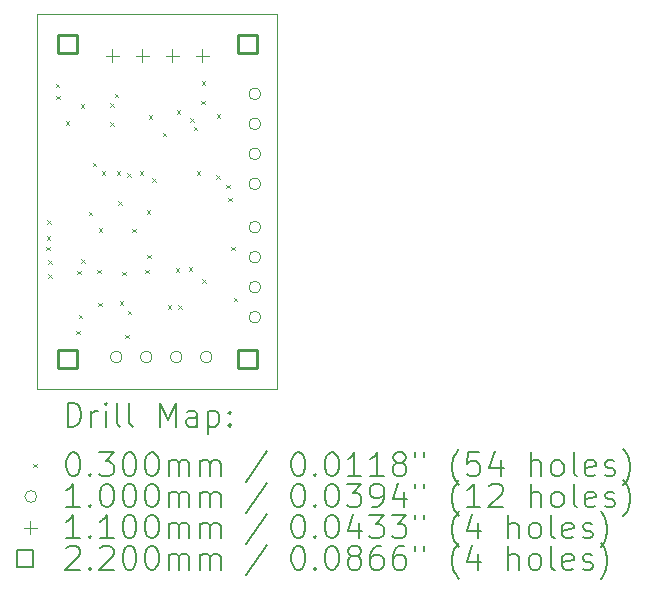
<source format=gbr>
%TF.GenerationSoftware,KiCad,Pcbnew,7.0.7*%
%TF.CreationDate,2023-10-16T22:20:13-07:00*%
%TF.ProjectId,DeploymentBoardV2.0,4465706c-6f79-46d6-956e-74426f617264,rev?*%
%TF.SameCoordinates,Original*%
%TF.FileFunction,Drillmap*%
%TF.FilePolarity,Positive*%
%FSLAX45Y45*%
G04 Gerber Fmt 4.5, Leading zero omitted, Abs format (unit mm)*
G04 Created by KiCad (PCBNEW 7.0.7) date 2023-10-16 22:20:13*
%MOMM*%
%LPD*%
G01*
G04 APERTURE LIST*
%ADD10C,0.100000*%
%ADD11C,0.200000*%
%ADD12C,0.030000*%
%ADD13C,0.110000*%
%ADD14C,0.220000*%
G04 APERTURE END LIST*
D10*
X2540000Y-2540000D02*
X4572000Y-2540000D01*
X4572000Y-5715000D01*
X2540000Y-5715000D01*
X2540000Y-2540000D01*
D11*
D12*
X2615821Y-4508853D02*
X2645821Y-4538853D01*
X2645821Y-4508853D02*
X2615821Y-4538853D01*
X2620000Y-4419000D02*
X2650000Y-4449000D01*
X2650000Y-4419000D02*
X2620000Y-4449000D01*
X2626000Y-4283000D02*
X2656000Y-4313000D01*
X2656000Y-4283000D02*
X2626000Y-4313000D01*
X2630000Y-4743000D02*
X2660000Y-4773000D01*
X2660000Y-4743000D02*
X2630000Y-4773000D01*
X2634000Y-4624000D02*
X2664000Y-4654000D01*
X2664000Y-4624000D02*
X2634000Y-4654000D01*
X2695180Y-3128000D02*
X2725180Y-3158000D01*
X2725180Y-3128000D02*
X2695180Y-3158000D01*
X2700000Y-3231000D02*
X2730000Y-3261000D01*
X2730000Y-3231000D02*
X2700000Y-3261000D01*
X2782000Y-3448560D02*
X2812000Y-3478560D01*
X2812000Y-3448560D02*
X2782000Y-3478560D01*
X2869380Y-5222480D02*
X2899380Y-5252480D01*
X2899380Y-5222480D02*
X2869380Y-5252480D01*
X2875520Y-4714480D02*
X2905520Y-4744480D01*
X2905520Y-4714480D02*
X2875520Y-4744480D01*
X2890000Y-5087000D02*
X2920000Y-5117000D01*
X2920000Y-5087000D02*
X2890000Y-5117000D01*
X2909000Y-3304000D02*
X2939000Y-3334000D01*
X2939000Y-3304000D02*
X2909000Y-3334000D01*
X2909485Y-4614298D02*
X2939485Y-4644298D01*
X2939485Y-4614298D02*
X2909485Y-4644298D01*
X2974580Y-4211560D02*
X3004580Y-4241560D01*
X3004580Y-4211560D02*
X2974580Y-4241560D01*
X3009000Y-3798000D02*
X3039000Y-3828000D01*
X3039000Y-3798000D02*
X3009000Y-3828000D01*
X3047374Y-4703936D02*
X3077374Y-4733936D01*
X3077374Y-4703936D02*
X3047374Y-4733936D01*
X3055000Y-4983720D02*
X3085000Y-5013720D01*
X3085000Y-4983720D02*
X3055000Y-5013720D01*
X3060000Y-4354000D02*
X3090000Y-4384000D01*
X3090000Y-4354000D02*
X3060000Y-4384000D01*
X3084783Y-3870475D02*
X3114783Y-3900475D01*
X3114783Y-3870475D02*
X3084783Y-3900475D01*
X3155000Y-3455950D02*
X3185000Y-3485950D01*
X3185000Y-3455950D02*
X3155000Y-3485950D01*
X3155546Y-3294340D02*
X3185546Y-3324340D01*
X3185546Y-3294340D02*
X3155546Y-3324340D01*
X3196000Y-3214000D02*
X3226000Y-3244000D01*
X3226000Y-3214000D02*
X3196000Y-3244000D01*
X3214000Y-3871300D02*
X3244000Y-3901300D01*
X3244000Y-3871300D02*
X3214000Y-3901300D01*
X3226822Y-4125582D02*
X3256822Y-4155582D01*
X3256822Y-4125582D02*
X3226822Y-4155582D01*
X3238740Y-4971020D02*
X3268740Y-5001020D01*
X3268740Y-4971020D02*
X3238740Y-5001020D01*
X3258955Y-4720451D02*
X3288955Y-4750451D01*
X3288955Y-4720451D02*
X3258955Y-4750451D01*
X3282000Y-5254000D02*
X3312000Y-5284000D01*
X3312000Y-5254000D02*
X3282000Y-5284000D01*
X3299500Y-3888980D02*
X3329500Y-3918980D01*
X3329500Y-3888980D02*
X3299500Y-3918980D01*
X3304780Y-5049760D02*
X3334780Y-5079760D01*
X3334780Y-5049760D02*
X3304780Y-5079760D01*
X3342880Y-4356340D02*
X3372880Y-4386340D01*
X3372880Y-4356340D02*
X3342880Y-4386340D01*
X3406380Y-3868660D02*
X3436380Y-3898660D01*
X3436380Y-3868660D02*
X3406380Y-3898660D01*
X3452100Y-4703800D02*
X3482100Y-4733800D01*
X3482100Y-4703800D02*
X3452100Y-4733800D01*
X3465000Y-4200250D02*
X3495000Y-4230250D01*
X3495000Y-4200250D02*
X3465000Y-4230250D01*
X3471950Y-4576688D02*
X3501950Y-4606688D01*
X3501950Y-4576688D02*
X3471950Y-4606688D01*
X3485000Y-3396000D02*
X3515000Y-3426000D01*
X3515000Y-3396000D02*
X3485000Y-3426000D01*
X3510520Y-3929620D02*
X3540520Y-3959620D01*
X3540520Y-3929620D02*
X3510520Y-3959620D01*
X3602000Y-3543000D02*
X3632000Y-3573000D01*
X3632000Y-3543000D02*
X3602000Y-3573000D01*
X3645140Y-5004040D02*
X3675140Y-5034040D01*
X3675140Y-5004040D02*
X3645140Y-5034040D01*
X3711617Y-4691929D02*
X3741617Y-4721929D01*
X3741617Y-4691929D02*
X3711617Y-4721929D01*
X3719000Y-3352000D02*
X3749000Y-3382000D01*
X3749000Y-3352000D02*
X3719000Y-3382000D01*
X3734040Y-5004040D02*
X3764040Y-5034040D01*
X3764040Y-5004040D02*
X3734040Y-5034040D01*
X3822940Y-4684000D02*
X3852940Y-4714000D01*
X3852940Y-4684000D02*
X3822940Y-4714000D01*
X3832500Y-3420980D02*
X3862500Y-3450980D01*
X3862500Y-3420980D02*
X3832500Y-3450980D01*
X3865520Y-3492100D02*
X3895520Y-3522100D01*
X3895520Y-3492100D02*
X3865520Y-3522100D01*
X3888980Y-3870680D02*
X3918980Y-3900680D01*
X3918980Y-3870680D02*
X3888980Y-3900680D01*
X3928000Y-3272000D02*
X3958000Y-3302000D01*
X3958000Y-3272000D02*
X3928000Y-3302000D01*
X3933000Y-3108000D02*
X3963000Y-3138000D01*
X3963000Y-3108000D02*
X3933000Y-3138000D01*
X3935850Y-4783060D02*
X3965850Y-4813060D01*
X3965850Y-4783060D02*
X3935850Y-4813060D01*
X4056620Y-3904220D02*
X4086620Y-3934220D01*
X4086620Y-3904220D02*
X4056620Y-3934220D01*
X4059980Y-3389680D02*
X4089980Y-3419680D01*
X4089980Y-3389680D02*
X4059980Y-3419680D01*
X4140550Y-3982744D02*
X4170550Y-4012744D01*
X4170550Y-3982744D02*
X4140550Y-4012744D01*
X4158220Y-4094720D02*
X4188220Y-4124720D01*
X4188220Y-4094720D02*
X4158220Y-4124720D01*
X4181080Y-4511280D02*
X4211080Y-4541280D01*
X4211080Y-4511280D02*
X4181080Y-4541280D01*
X4201400Y-4940540D02*
X4231400Y-4970540D01*
X4231400Y-4940540D02*
X4201400Y-4970540D01*
D10*
X3258020Y-5443220D02*
G75*
G03*
X3258020Y-5443220I-50000J0D01*
G01*
X3512020Y-5443220D02*
G75*
G03*
X3512020Y-5443220I-50000J0D01*
G01*
X3766020Y-5443220D02*
G75*
G03*
X3766020Y-5443220I-50000J0D01*
G01*
X4020020Y-5443220D02*
G75*
G03*
X4020020Y-5443220I-50000J0D01*
G01*
X4431500Y-3215640D02*
G75*
G03*
X4431500Y-3215640I-50000J0D01*
G01*
X4431500Y-3469640D02*
G75*
G03*
X4431500Y-3469640I-50000J0D01*
G01*
X4431500Y-3723640D02*
G75*
G03*
X4431500Y-3723640I-50000J0D01*
G01*
X4431500Y-3977640D02*
G75*
G03*
X4431500Y-3977640I-50000J0D01*
G01*
X4431500Y-4343400D02*
G75*
G03*
X4431500Y-4343400I-50000J0D01*
G01*
X4431500Y-4597400D02*
G75*
G03*
X4431500Y-4597400I-50000J0D01*
G01*
X4431500Y-4851400D02*
G75*
G03*
X4431500Y-4851400I-50000J0D01*
G01*
X4431500Y-5105400D02*
G75*
G03*
X4431500Y-5105400I-50000J0D01*
G01*
D13*
X3175000Y-2838000D02*
X3175000Y-2948000D01*
X3120000Y-2893000D02*
X3230000Y-2893000D01*
X3429000Y-2838000D02*
X3429000Y-2948000D01*
X3374000Y-2893000D02*
X3484000Y-2893000D01*
X3683000Y-2838000D02*
X3683000Y-2948000D01*
X3628000Y-2893000D02*
X3738000Y-2893000D01*
X3937000Y-2838000D02*
X3937000Y-2948000D01*
X3882000Y-2893000D02*
X3992000Y-2893000D01*
D14*
X2871782Y-2871782D02*
X2871782Y-2716218D01*
X2716218Y-2716218D01*
X2716218Y-2871782D01*
X2871782Y-2871782D01*
X2871782Y-5538783D02*
X2871782Y-5383218D01*
X2716218Y-5383218D01*
X2716218Y-5538783D01*
X2871782Y-5538783D01*
X4395783Y-2871782D02*
X4395783Y-2716218D01*
X4240218Y-2716218D01*
X4240218Y-2871782D01*
X4395783Y-2871782D01*
X4395783Y-5538783D02*
X4395783Y-5383218D01*
X4240218Y-5383218D01*
X4240218Y-5538783D01*
X4395783Y-5538783D01*
D11*
X2795777Y-6031484D02*
X2795777Y-5831484D01*
X2795777Y-5831484D02*
X2843396Y-5831484D01*
X2843396Y-5831484D02*
X2871967Y-5841008D01*
X2871967Y-5841008D02*
X2891015Y-5860055D01*
X2891015Y-5860055D02*
X2900539Y-5879103D01*
X2900539Y-5879103D02*
X2910062Y-5917198D01*
X2910062Y-5917198D02*
X2910062Y-5945769D01*
X2910062Y-5945769D02*
X2900539Y-5983865D01*
X2900539Y-5983865D02*
X2891015Y-6002912D01*
X2891015Y-6002912D02*
X2871967Y-6021960D01*
X2871967Y-6021960D02*
X2843396Y-6031484D01*
X2843396Y-6031484D02*
X2795777Y-6031484D01*
X2995777Y-6031484D02*
X2995777Y-5898150D01*
X2995777Y-5936246D02*
X3005301Y-5917198D01*
X3005301Y-5917198D02*
X3014824Y-5907674D01*
X3014824Y-5907674D02*
X3033872Y-5898150D01*
X3033872Y-5898150D02*
X3052920Y-5898150D01*
X3119586Y-6031484D02*
X3119586Y-5898150D01*
X3119586Y-5831484D02*
X3110062Y-5841008D01*
X3110062Y-5841008D02*
X3119586Y-5850531D01*
X3119586Y-5850531D02*
X3129110Y-5841008D01*
X3129110Y-5841008D02*
X3119586Y-5831484D01*
X3119586Y-5831484D02*
X3119586Y-5850531D01*
X3243396Y-6031484D02*
X3224348Y-6021960D01*
X3224348Y-6021960D02*
X3214824Y-6002912D01*
X3214824Y-6002912D02*
X3214824Y-5831484D01*
X3348158Y-6031484D02*
X3329110Y-6021960D01*
X3329110Y-6021960D02*
X3319586Y-6002912D01*
X3319586Y-6002912D02*
X3319586Y-5831484D01*
X3576729Y-6031484D02*
X3576729Y-5831484D01*
X3576729Y-5831484D02*
X3643396Y-5974341D01*
X3643396Y-5974341D02*
X3710062Y-5831484D01*
X3710062Y-5831484D02*
X3710062Y-6031484D01*
X3891015Y-6031484D02*
X3891015Y-5926722D01*
X3891015Y-5926722D02*
X3881491Y-5907674D01*
X3881491Y-5907674D02*
X3862443Y-5898150D01*
X3862443Y-5898150D02*
X3824348Y-5898150D01*
X3824348Y-5898150D02*
X3805301Y-5907674D01*
X3891015Y-6021960D02*
X3871967Y-6031484D01*
X3871967Y-6031484D02*
X3824348Y-6031484D01*
X3824348Y-6031484D02*
X3805301Y-6021960D01*
X3805301Y-6021960D02*
X3795777Y-6002912D01*
X3795777Y-6002912D02*
X3795777Y-5983865D01*
X3795777Y-5983865D02*
X3805301Y-5964817D01*
X3805301Y-5964817D02*
X3824348Y-5955293D01*
X3824348Y-5955293D02*
X3871967Y-5955293D01*
X3871967Y-5955293D02*
X3891015Y-5945769D01*
X3986253Y-5898150D02*
X3986253Y-6098150D01*
X3986253Y-5907674D02*
X4005301Y-5898150D01*
X4005301Y-5898150D02*
X4043396Y-5898150D01*
X4043396Y-5898150D02*
X4062443Y-5907674D01*
X4062443Y-5907674D02*
X4071967Y-5917198D01*
X4071967Y-5917198D02*
X4081491Y-5936246D01*
X4081491Y-5936246D02*
X4081491Y-5993388D01*
X4081491Y-5993388D02*
X4071967Y-6012436D01*
X4071967Y-6012436D02*
X4062443Y-6021960D01*
X4062443Y-6021960D02*
X4043396Y-6031484D01*
X4043396Y-6031484D02*
X4005301Y-6031484D01*
X4005301Y-6031484D02*
X3986253Y-6021960D01*
X4167205Y-6012436D02*
X4176729Y-6021960D01*
X4176729Y-6021960D02*
X4167205Y-6031484D01*
X4167205Y-6031484D02*
X4157682Y-6021960D01*
X4157682Y-6021960D02*
X4167205Y-6012436D01*
X4167205Y-6012436D02*
X4167205Y-6031484D01*
X4167205Y-5907674D02*
X4176729Y-5917198D01*
X4176729Y-5917198D02*
X4167205Y-5926722D01*
X4167205Y-5926722D02*
X4157682Y-5917198D01*
X4157682Y-5917198D02*
X4167205Y-5907674D01*
X4167205Y-5907674D02*
X4167205Y-5926722D01*
D12*
X2505000Y-6345000D02*
X2535000Y-6375000D01*
X2535000Y-6345000D02*
X2505000Y-6375000D01*
D11*
X2833872Y-6251484D02*
X2852920Y-6251484D01*
X2852920Y-6251484D02*
X2871967Y-6261008D01*
X2871967Y-6261008D02*
X2881491Y-6270531D01*
X2881491Y-6270531D02*
X2891015Y-6289579D01*
X2891015Y-6289579D02*
X2900539Y-6327674D01*
X2900539Y-6327674D02*
X2900539Y-6375293D01*
X2900539Y-6375293D02*
X2891015Y-6413388D01*
X2891015Y-6413388D02*
X2881491Y-6432436D01*
X2881491Y-6432436D02*
X2871967Y-6441960D01*
X2871967Y-6441960D02*
X2852920Y-6451484D01*
X2852920Y-6451484D02*
X2833872Y-6451484D01*
X2833872Y-6451484D02*
X2814824Y-6441960D01*
X2814824Y-6441960D02*
X2805301Y-6432436D01*
X2805301Y-6432436D02*
X2795777Y-6413388D01*
X2795777Y-6413388D02*
X2786253Y-6375293D01*
X2786253Y-6375293D02*
X2786253Y-6327674D01*
X2786253Y-6327674D02*
X2795777Y-6289579D01*
X2795777Y-6289579D02*
X2805301Y-6270531D01*
X2805301Y-6270531D02*
X2814824Y-6261008D01*
X2814824Y-6261008D02*
X2833872Y-6251484D01*
X2986253Y-6432436D02*
X2995777Y-6441960D01*
X2995777Y-6441960D02*
X2986253Y-6451484D01*
X2986253Y-6451484D02*
X2976729Y-6441960D01*
X2976729Y-6441960D02*
X2986253Y-6432436D01*
X2986253Y-6432436D02*
X2986253Y-6451484D01*
X3062443Y-6251484D02*
X3186253Y-6251484D01*
X3186253Y-6251484D02*
X3119586Y-6327674D01*
X3119586Y-6327674D02*
X3148158Y-6327674D01*
X3148158Y-6327674D02*
X3167205Y-6337198D01*
X3167205Y-6337198D02*
X3176729Y-6346722D01*
X3176729Y-6346722D02*
X3186253Y-6365769D01*
X3186253Y-6365769D02*
X3186253Y-6413388D01*
X3186253Y-6413388D02*
X3176729Y-6432436D01*
X3176729Y-6432436D02*
X3167205Y-6441960D01*
X3167205Y-6441960D02*
X3148158Y-6451484D01*
X3148158Y-6451484D02*
X3091015Y-6451484D01*
X3091015Y-6451484D02*
X3071967Y-6441960D01*
X3071967Y-6441960D02*
X3062443Y-6432436D01*
X3310062Y-6251484D02*
X3329110Y-6251484D01*
X3329110Y-6251484D02*
X3348158Y-6261008D01*
X3348158Y-6261008D02*
X3357682Y-6270531D01*
X3357682Y-6270531D02*
X3367205Y-6289579D01*
X3367205Y-6289579D02*
X3376729Y-6327674D01*
X3376729Y-6327674D02*
X3376729Y-6375293D01*
X3376729Y-6375293D02*
X3367205Y-6413388D01*
X3367205Y-6413388D02*
X3357682Y-6432436D01*
X3357682Y-6432436D02*
X3348158Y-6441960D01*
X3348158Y-6441960D02*
X3329110Y-6451484D01*
X3329110Y-6451484D02*
X3310062Y-6451484D01*
X3310062Y-6451484D02*
X3291015Y-6441960D01*
X3291015Y-6441960D02*
X3281491Y-6432436D01*
X3281491Y-6432436D02*
X3271967Y-6413388D01*
X3271967Y-6413388D02*
X3262443Y-6375293D01*
X3262443Y-6375293D02*
X3262443Y-6327674D01*
X3262443Y-6327674D02*
X3271967Y-6289579D01*
X3271967Y-6289579D02*
X3281491Y-6270531D01*
X3281491Y-6270531D02*
X3291015Y-6261008D01*
X3291015Y-6261008D02*
X3310062Y-6251484D01*
X3500539Y-6251484D02*
X3519586Y-6251484D01*
X3519586Y-6251484D02*
X3538634Y-6261008D01*
X3538634Y-6261008D02*
X3548158Y-6270531D01*
X3548158Y-6270531D02*
X3557682Y-6289579D01*
X3557682Y-6289579D02*
X3567205Y-6327674D01*
X3567205Y-6327674D02*
X3567205Y-6375293D01*
X3567205Y-6375293D02*
X3557682Y-6413388D01*
X3557682Y-6413388D02*
X3548158Y-6432436D01*
X3548158Y-6432436D02*
X3538634Y-6441960D01*
X3538634Y-6441960D02*
X3519586Y-6451484D01*
X3519586Y-6451484D02*
X3500539Y-6451484D01*
X3500539Y-6451484D02*
X3481491Y-6441960D01*
X3481491Y-6441960D02*
X3471967Y-6432436D01*
X3471967Y-6432436D02*
X3462443Y-6413388D01*
X3462443Y-6413388D02*
X3452920Y-6375293D01*
X3452920Y-6375293D02*
X3452920Y-6327674D01*
X3452920Y-6327674D02*
X3462443Y-6289579D01*
X3462443Y-6289579D02*
X3471967Y-6270531D01*
X3471967Y-6270531D02*
X3481491Y-6261008D01*
X3481491Y-6261008D02*
X3500539Y-6251484D01*
X3652920Y-6451484D02*
X3652920Y-6318150D01*
X3652920Y-6337198D02*
X3662443Y-6327674D01*
X3662443Y-6327674D02*
X3681491Y-6318150D01*
X3681491Y-6318150D02*
X3710063Y-6318150D01*
X3710063Y-6318150D02*
X3729110Y-6327674D01*
X3729110Y-6327674D02*
X3738634Y-6346722D01*
X3738634Y-6346722D02*
X3738634Y-6451484D01*
X3738634Y-6346722D02*
X3748158Y-6327674D01*
X3748158Y-6327674D02*
X3767205Y-6318150D01*
X3767205Y-6318150D02*
X3795777Y-6318150D01*
X3795777Y-6318150D02*
X3814824Y-6327674D01*
X3814824Y-6327674D02*
X3824348Y-6346722D01*
X3824348Y-6346722D02*
X3824348Y-6451484D01*
X3919586Y-6451484D02*
X3919586Y-6318150D01*
X3919586Y-6337198D02*
X3929110Y-6327674D01*
X3929110Y-6327674D02*
X3948158Y-6318150D01*
X3948158Y-6318150D02*
X3976729Y-6318150D01*
X3976729Y-6318150D02*
X3995777Y-6327674D01*
X3995777Y-6327674D02*
X4005301Y-6346722D01*
X4005301Y-6346722D02*
X4005301Y-6451484D01*
X4005301Y-6346722D02*
X4014824Y-6327674D01*
X4014824Y-6327674D02*
X4033872Y-6318150D01*
X4033872Y-6318150D02*
X4062443Y-6318150D01*
X4062443Y-6318150D02*
X4081491Y-6327674D01*
X4081491Y-6327674D02*
X4091015Y-6346722D01*
X4091015Y-6346722D02*
X4091015Y-6451484D01*
X4481491Y-6241960D02*
X4310063Y-6499103D01*
X4738634Y-6251484D02*
X4757682Y-6251484D01*
X4757682Y-6251484D02*
X4776729Y-6261008D01*
X4776729Y-6261008D02*
X4786253Y-6270531D01*
X4786253Y-6270531D02*
X4795777Y-6289579D01*
X4795777Y-6289579D02*
X4805301Y-6327674D01*
X4805301Y-6327674D02*
X4805301Y-6375293D01*
X4805301Y-6375293D02*
X4795777Y-6413388D01*
X4795777Y-6413388D02*
X4786253Y-6432436D01*
X4786253Y-6432436D02*
X4776729Y-6441960D01*
X4776729Y-6441960D02*
X4757682Y-6451484D01*
X4757682Y-6451484D02*
X4738634Y-6451484D01*
X4738634Y-6451484D02*
X4719587Y-6441960D01*
X4719587Y-6441960D02*
X4710063Y-6432436D01*
X4710063Y-6432436D02*
X4700539Y-6413388D01*
X4700539Y-6413388D02*
X4691015Y-6375293D01*
X4691015Y-6375293D02*
X4691015Y-6327674D01*
X4691015Y-6327674D02*
X4700539Y-6289579D01*
X4700539Y-6289579D02*
X4710063Y-6270531D01*
X4710063Y-6270531D02*
X4719587Y-6261008D01*
X4719587Y-6261008D02*
X4738634Y-6251484D01*
X4891015Y-6432436D02*
X4900539Y-6441960D01*
X4900539Y-6441960D02*
X4891015Y-6451484D01*
X4891015Y-6451484D02*
X4881491Y-6441960D01*
X4881491Y-6441960D02*
X4891015Y-6432436D01*
X4891015Y-6432436D02*
X4891015Y-6451484D01*
X5024348Y-6251484D02*
X5043396Y-6251484D01*
X5043396Y-6251484D02*
X5062444Y-6261008D01*
X5062444Y-6261008D02*
X5071968Y-6270531D01*
X5071968Y-6270531D02*
X5081491Y-6289579D01*
X5081491Y-6289579D02*
X5091015Y-6327674D01*
X5091015Y-6327674D02*
X5091015Y-6375293D01*
X5091015Y-6375293D02*
X5081491Y-6413388D01*
X5081491Y-6413388D02*
X5071968Y-6432436D01*
X5071968Y-6432436D02*
X5062444Y-6441960D01*
X5062444Y-6441960D02*
X5043396Y-6451484D01*
X5043396Y-6451484D02*
X5024348Y-6451484D01*
X5024348Y-6451484D02*
X5005301Y-6441960D01*
X5005301Y-6441960D02*
X4995777Y-6432436D01*
X4995777Y-6432436D02*
X4986253Y-6413388D01*
X4986253Y-6413388D02*
X4976729Y-6375293D01*
X4976729Y-6375293D02*
X4976729Y-6327674D01*
X4976729Y-6327674D02*
X4986253Y-6289579D01*
X4986253Y-6289579D02*
X4995777Y-6270531D01*
X4995777Y-6270531D02*
X5005301Y-6261008D01*
X5005301Y-6261008D02*
X5024348Y-6251484D01*
X5281491Y-6451484D02*
X5167206Y-6451484D01*
X5224348Y-6451484D02*
X5224348Y-6251484D01*
X5224348Y-6251484D02*
X5205301Y-6280055D01*
X5205301Y-6280055D02*
X5186253Y-6299103D01*
X5186253Y-6299103D02*
X5167206Y-6308627D01*
X5471968Y-6451484D02*
X5357682Y-6451484D01*
X5414825Y-6451484D02*
X5414825Y-6251484D01*
X5414825Y-6251484D02*
X5395777Y-6280055D01*
X5395777Y-6280055D02*
X5376729Y-6299103D01*
X5376729Y-6299103D02*
X5357682Y-6308627D01*
X5586253Y-6337198D02*
X5567206Y-6327674D01*
X5567206Y-6327674D02*
X5557682Y-6318150D01*
X5557682Y-6318150D02*
X5548158Y-6299103D01*
X5548158Y-6299103D02*
X5548158Y-6289579D01*
X5548158Y-6289579D02*
X5557682Y-6270531D01*
X5557682Y-6270531D02*
X5567206Y-6261008D01*
X5567206Y-6261008D02*
X5586253Y-6251484D01*
X5586253Y-6251484D02*
X5624348Y-6251484D01*
X5624348Y-6251484D02*
X5643396Y-6261008D01*
X5643396Y-6261008D02*
X5652920Y-6270531D01*
X5652920Y-6270531D02*
X5662444Y-6289579D01*
X5662444Y-6289579D02*
X5662444Y-6299103D01*
X5662444Y-6299103D02*
X5652920Y-6318150D01*
X5652920Y-6318150D02*
X5643396Y-6327674D01*
X5643396Y-6327674D02*
X5624348Y-6337198D01*
X5624348Y-6337198D02*
X5586253Y-6337198D01*
X5586253Y-6337198D02*
X5567206Y-6346722D01*
X5567206Y-6346722D02*
X5557682Y-6356246D01*
X5557682Y-6356246D02*
X5548158Y-6375293D01*
X5548158Y-6375293D02*
X5548158Y-6413388D01*
X5548158Y-6413388D02*
X5557682Y-6432436D01*
X5557682Y-6432436D02*
X5567206Y-6441960D01*
X5567206Y-6441960D02*
X5586253Y-6451484D01*
X5586253Y-6451484D02*
X5624348Y-6451484D01*
X5624348Y-6451484D02*
X5643396Y-6441960D01*
X5643396Y-6441960D02*
X5652920Y-6432436D01*
X5652920Y-6432436D02*
X5662444Y-6413388D01*
X5662444Y-6413388D02*
X5662444Y-6375293D01*
X5662444Y-6375293D02*
X5652920Y-6356246D01*
X5652920Y-6356246D02*
X5643396Y-6346722D01*
X5643396Y-6346722D02*
X5624348Y-6337198D01*
X5738634Y-6251484D02*
X5738634Y-6289579D01*
X5814825Y-6251484D02*
X5814825Y-6289579D01*
X6110063Y-6527674D02*
X6100539Y-6518150D01*
X6100539Y-6518150D02*
X6081491Y-6489579D01*
X6081491Y-6489579D02*
X6071968Y-6470531D01*
X6071968Y-6470531D02*
X6062444Y-6441960D01*
X6062444Y-6441960D02*
X6052920Y-6394341D01*
X6052920Y-6394341D02*
X6052920Y-6356246D01*
X6052920Y-6356246D02*
X6062444Y-6308627D01*
X6062444Y-6308627D02*
X6071968Y-6280055D01*
X6071968Y-6280055D02*
X6081491Y-6261008D01*
X6081491Y-6261008D02*
X6100539Y-6232436D01*
X6100539Y-6232436D02*
X6110063Y-6222912D01*
X6281491Y-6251484D02*
X6186253Y-6251484D01*
X6186253Y-6251484D02*
X6176729Y-6346722D01*
X6176729Y-6346722D02*
X6186253Y-6337198D01*
X6186253Y-6337198D02*
X6205301Y-6327674D01*
X6205301Y-6327674D02*
X6252920Y-6327674D01*
X6252920Y-6327674D02*
X6271968Y-6337198D01*
X6271968Y-6337198D02*
X6281491Y-6346722D01*
X6281491Y-6346722D02*
X6291015Y-6365769D01*
X6291015Y-6365769D02*
X6291015Y-6413388D01*
X6291015Y-6413388D02*
X6281491Y-6432436D01*
X6281491Y-6432436D02*
X6271968Y-6441960D01*
X6271968Y-6441960D02*
X6252920Y-6451484D01*
X6252920Y-6451484D02*
X6205301Y-6451484D01*
X6205301Y-6451484D02*
X6186253Y-6441960D01*
X6186253Y-6441960D02*
X6176729Y-6432436D01*
X6462444Y-6318150D02*
X6462444Y-6451484D01*
X6414825Y-6241960D02*
X6367206Y-6384817D01*
X6367206Y-6384817D02*
X6491015Y-6384817D01*
X6719587Y-6451484D02*
X6719587Y-6251484D01*
X6805301Y-6451484D02*
X6805301Y-6346722D01*
X6805301Y-6346722D02*
X6795777Y-6327674D01*
X6795777Y-6327674D02*
X6776730Y-6318150D01*
X6776730Y-6318150D02*
X6748158Y-6318150D01*
X6748158Y-6318150D02*
X6729110Y-6327674D01*
X6729110Y-6327674D02*
X6719587Y-6337198D01*
X6929110Y-6451484D02*
X6910063Y-6441960D01*
X6910063Y-6441960D02*
X6900539Y-6432436D01*
X6900539Y-6432436D02*
X6891015Y-6413388D01*
X6891015Y-6413388D02*
X6891015Y-6356246D01*
X6891015Y-6356246D02*
X6900539Y-6337198D01*
X6900539Y-6337198D02*
X6910063Y-6327674D01*
X6910063Y-6327674D02*
X6929110Y-6318150D01*
X6929110Y-6318150D02*
X6957682Y-6318150D01*
X6957682Y-6318150D02*
X6976730Y-6327674D01*
X6976730Y-6327674D02*
X6986253Y-6337198D01*
X6986253Y-6337198D02*
X6995777Y-6356246D01*
X6995777Y-6356246D02*
X6995777Y-6413388D01*
X6995777Y-6413388D02*
X6986253Y-6432436D01*
X6986253Y-6432436D02*
X6976730Y-6441960D01*
X6976730Y-6441960D02*
X6957682Y-6451484D01*
X6957682Y-6451484D02*
X6929110Y-6451484D01*
X7110063Y-6451484D02*
X7091015Y-6441960D01*
X7091015Y-6441960D02*
X7081491Y-6422912D01*
X7081491Y-6422912D02*
X7081491Y-6251484D01*
X7262444Y-6441960D02*
X7243396Y-6451484D01*
X7243396Y-6451484D02*
X7205301Y-6451484D01*
X7205301Y-6451484D02*
X7186253Y-6441960D01*
X7186253Y-6441960D02*
X7176730Y-6422912D01*
X7176730Y-6422912D02*
X7176730Y-6346722D01*
X7176730Y-6346722D02*
X7186253Y-6327674D01*
X7186253Y-6327674D02*
X7205301Y-6318150D01*
X7205301Y-6318150D02*
X7243396Y-6318150D01*
X7243396Y-6318150D02*
X7262444Y-6327674D01*
X7262444Y-6327674D02*
X7271968Y-6346722D01*
X7271968Y-6346722D02*
X7271968Y-6365769D01*
X7271968Y-6365769D02*
X7176730Y-6384817D01*
X7348158Y-6441960D02*
X7367206Y-6451484D01*
X7367206Y-6451484D02*
X7405301Y-6451484D01*
X7405301Y-6451484D02*
X7424349Y-6441960D01*
X7424349Y-6441960D02*
X7433872Y-6422912D01*
X7433872Y-6422912D02*
X7433872Y-6413388D01*
X7433872Y-6413388D02*
X7424349Y-6394341D01*
X7424349Y-6394341D02*
X7405301Y-6384817D01*
X7405301Y-6384817D02*
X7376730Y-6384817D01*
X7376730Y-6384817D02*
X7357682Y-6375293D01*
X7357682Y-6375293D02*
X7348158Y-6356246D01*
X7348158Y-6356246D02*
X7348158Y-6346722D01*
X7348158Y-6346722D02*
X7357682Y-6327674D01*
X7357682Y-6327674D02*
X7376730Y-6318150D01*
X7376730Y-6318150D02*
X7405301Y-6318150D01*
X7405301Y-6318150D02*
X7424349Y-6327674D01*
X7500539Y-6527674D02*
X7510063Y-6518150D01*
X7510063Y-6518150D02*
X7529111Y-6489579D01*
X7529111Y-6489579D02*
X7538634Y-6470531D01*
X7538634Y-6470531D02*
X7548158Y-6441960D01*
X7548158Y-6441960D02*
X7557682Y-6394341D01*
X7557682Y-6394341D02*
X7557682Y-6356246D01*
X7557682Y-6356246D02*
X7548158Y-6308627D01*
X7548158Y-6308627D02*
X7538634Y-6280055D01*
X7538634Y-6280055D02*
X7529111Y-6261008D01*
X7529111Y-6261008D02*
X7510063Y-6232436D01*
X7510063Y-6232436D02*
X7500539Y-6222912D01*
D10*
X2535000Y-6624000D02*
G75*
G03*
X2535000Y-6624000I-50000J0D01*
G01*
D11*
X2900539Y-6715484D02*
X2786253Y-6715484D01*
X2843396Y-6715484D02*
X2843396Y-6515484D01*
X2843396Y-6515484D02*
X2824348Y-6544055D01*
X2824348Y-6544055D02*
X2805301Y-6563103D01*
X2805301Y-6563103D02*
X2786253Y-6572627D01*
X2986253Y-6696436D02*
X2995777Y-6705960D01*
X2995777Y-6705960D02*
X2986253Y-6715484D01*
X2986253Y-6715484D02*
X2976729Y-6705960D01*
X2976729Y-6705960D02*
X2986253Y-6696436D01*
X2986253Y-6696436D02*
X2986253Y-6715484D01*
X3119586Y-6515484D02*
X3138634Y-6515484D01*
X3138634Y-6515484D02*
X3157682Y-6525008D01*
X3157682Y-6525008D02*
X3167205Y-6534531D01*
X3167205Y-6534531D02*
X3176729Y-6553579D01*
X3176729Y-6553579D02*
X3186253Y-6591674D01*
X3186253Y-6591674D02*
X3186253Y-6639293D01*
X3186253Y-6639293D02*
X3176729Y-6677388D01*
X3176729Y-6677388D02*
X3167205Y-6696436D01*
X3167205Y-6696436D02*
X3157682Y-6705960D01*
X3157682Y-6705960D02*
X3138634Y-6715484D01*
X3138634Y-6715484D02*
X3119586Y-6715484D01*
X3119586Y-6715484D02*
X3100539Y-6705960D01*
X3100539Y-6705960D02*
X3091015Y-6696436D01*
X3091015Y-6696436D02*
X3081491Y-6677388D01*
X3081491Y-6677388D02*
X3071967Y-6639293D01*
X3071967Y-6639293D02*
X3071967Y-6591674D01*
X3071967Y-6591674D02*
X3081491Y-6553579D01*
X3081491Y-6553579D02*
X3091015Y-6534531D01*
X3091015Y-6534531D02*
X3100539Y-6525008D01*
X3100539Y-6525008D02*
X3119586Y-6515484D01*
X3310062Y-6515484D02*
X3329110Y-6515484D01*
X3329110Y-6515484D02*
X3348158Y-6525008D01*
X3348158Y-6525008D02*
X3357682Y-6534531D01*
X3357682Y-6534531D02*
X3367205Y-6553579D01*
X3367205Y-6553579D02*
X3376729Y-6591674D01*
X3376729Y-6591674D02*
X3376729Y-6639293D01*
X3376729Y-6639293D02*
X3367205Y-6677388D01*
X3367205Y-6677388D02*
X3357682Y-6696436D01*
X3357682Y-6696436D02*
X3348158Y-6705960D01*
X3348158Y-6705960D02*
X3329110Y-6715484D01*
X3329110Y-6715484D02*
X3310062Y-6715484D01*
X3310062Y-6715484D02*
X3291015Y-6705960D01*
X3291015Y-6705960D02*
X3281491Y-6696436D01*
X3281491Y-6696436D02*
X3271967Y-6677388D01*
X3271967Y-6677388D02*
X3262443Y-6639293D01*
X3262443Y-6639293D02*
X3262443Y-6591674D01*
X3262443Y-6591674D02*
X3271967Y-6553579D01*
X3271967Y-6553579D02*
X3281491Y-6534531D01*
X3281491Y-6534531D02*
X3291015Y-6525008D01*
X3291015Y-6525008D02*
X3310062Y-6515484D01*
X3500539Y-6515484D02*
X3519586Y-6515484D01*
X3519586Y-6515484D02*
X3538634Y-6525008D01*
X3538634Y-6525008D02*
X3548158Y-6534531D01*
X3548158Y-6534531D02*
X3557682Y-6553579D01*
X3557682Y-6553579D02*
X3567205Y-6591674D01*
X3567205Y-6591674D02*
X3567205Y-6639293D01*
X3567205Y-6639293D02*
X3557682Y-6677388D01*
X3557682Y-6677388D02*
X3548158Y-6696436D01*
X3548158Y-6696436D02*
X3538634Y-6705960D01*
X3538634Y-6705960D02*
X3519586Y-6715484D01*
X3519586Y-6715484D02*
X3500539Y-6715484D01*
X3500539Y-6715484D02*
X3481491Y-6705960D01*
X3481491Y-6705960D02*
X3471967Y-6696436D01*
X3471967Y-6696436D02*
X3462443Y-6677388D01*
X3462443Y-6677388D02*
X3452920Y-6639293D01*
X3452920Y-6639293D02*
X3452920Y-6591674D01*
X3452920Y-6591674D02*
X3462443Y-6553579D01*
X3462443Y-6553579D02*
X3471967Y-6534531D01*
X3471967Y-6534531D02*
X3481491Y-6525008D01*
X3481491Y-6525008D02*
X3500539Y-6515484D01*
X3652920Y-6715484D02*
X3652920Y-6582150D01*
X3652920Y-6601198D02*
X3662443Y-6591674D01*
X3662443Y-6591674D02*
X3681491Y-6582150D01*
X3681491Y-6582150D02*
X3710063Y-6582150D01*
X3710063Y-6582150D02*
X3729110Y-6591674D01*
X3729110Y-6591674D02*
X3738634Y-6610722D01*
X3738634Y-6610722D02*
X3738634Y-6715484D01*
X3738634Y-6610722D02*
X3748158Y-6591674D01*
X3748158Y-6591674D02*
X3767205Y-6582150D01*
X3767205Y-6582150D02*
X3795777Y-6582150D01*
X3795777Y-6582150D02*
X3814824Y-6591674D01*
X3814824Y-6591674D02*
X3824348Y-6610722D01*
X3824348Y-6610722D02*
X3824348Y-6715484D01*
X3919586Y-6715484D02*
X3919586Y-6582150D01*
X3919586Y-6601198D02*
X3929110Y-6591674D01*
X3929110Y-6591674D02*
X3948158Y-6582150D01*
X3948158Y-6582150D02*
X3976729Y-6582150D01*
X3976729Y-6582150D02*
X3995777Y-6591674D01*
X3995777Y-6591674D02*
X4005301Y-6610722D01*
X4005301Y-6610722D02*
X4005301Y-6715484D01*
X4005301Y-6610722D02*
X4014824Y-6591674D01*
X4014824Y-6591674D02*
X4033872Y-6582150D01*
X4033872Y-6582150D02*
X4062443Y-6582150D01*
X4062443Y-6582150D02*
X4081491Y-6591674D01*
X4081491Y-6591674D02*
X4091015Y-6610722D01*
X4091015Y-6610722D02*
X4091015Y-6715484D01*
X4481491Y-6505960D02*
X4310063Y-6763103D01*
X4738634Y-6515484D02*
X4757682Y-6515484D01*
X4757682Y-6515484D02*
X4776729Y-6525008D01*
X4776729Y-6525008D02*
X4786253Y-6534531D01*
X4786253Y-6534531D02*
X4795777Y-6553579D01*
X4795777Y-6553579D02*
X4805301Y-6591674D01*
X4805301Y-6591674D02*
X4805301Y-6639293D01*
X4805301Y-6639293D02*
X4795777Y-6677388D01*
X4795777Y-6677388D02*
X4786253Y-6696436D01*
X4786253Y-6696436D02*
X4776729Y-6705960D01*
X4776729Y-6705960D02*
X4757682Y-6715484D01*
X4757682Y-6715484D02*
X4738634Y-6715484D01*
X4738634Y-6715484D02*
X4719587Y-6705960D01*
X4719587Y-6705960D02*
X4710063Y-6696436D01*
X4710063Y-6696436D02*
X4700539Y-6677388D01*
X4700539Y-6677388D02*
X4691015Y-6639293D01*
X4691015Y-6639293D02*
X4691015Y-6591674D01*
X4691015Y-6591674D02*
X4700539Y-6553579D01*
X4700539Y-6553579D02*
X4710063Y-6534531D01*
X4710063Y-6534531D02*
X4719587Y-6525008D01*
X4719587Y-6525008D02*
X4738634Y-6515484D01*
X4891015Y-6696436D02*
X4900539Y-6705960D01*
X4900539Y-6705960D02*
X4891015Y-6715484D01*
X4891015Y-6715484D02*
X4881491Y-6705960D01*
X4881491Y-6705960D02*
X4891015Y-6696436D01*
X4891015Y-6696436D02*
X4891015Y-6715484D01*
X5024348Y-6515484D02*
X5043396Y-6515484D01*
X5043396Y-6515484D02*
X5062444Y-6525008D01*
X5062444Y-6525008D02*
X5071968Y-6534531D01*
X5071968Y-6534531D02*
X5081491Y-6553579D01*
X5081491Y-6553579D02*
X5091015Y-6591674D01*
X5091015Y-6591674D02*
X5091015Y-6639293D01*
X5091015Y-6639293D02*
X5081491Y-6677388D01*
X5081491Y-6677388D02*
X5071968Y-6696436D01*
X5071968Y-6696436D02*
X5062444Y-6705960D01*
X5062444Y-6705960D02*
X5043396Y-6715484D01*
X5043396Y-6715484D02*
X5024348Y-6715484D01*
X5024348Y-6715484D02*
X5005301Y-6705960D01*
X5005301Y-6705960D02*
X4995777Y-6696436D01*
X4995777Y-6696436D02*
X4986253Y-6677388D01*
X4986253Y-6677388D02*
X4976729Y-6639293D01*
X4976729Y-6639293D02*
X4976729Y-6591674D01*
X4976729Y-6591674D02*
X4986253Y-6553579D01*
X4986253Y-6553579D02*
X4995777Y-6534531D01*
X4995777Y-6534531D02*
X5005301Y-6525008D01*
X5005301Y-6525008D02*
X5024348Y-6515484D01*
X5157682Y-6515484D02*
X5281491Y-6515484D01*
X5281491Y-6515484D02*
X5214825Y-6591674D01*
X5214825Y-6591674D02*
X5243396Y-6591674D01*
X5243396Y-6591674D02*
X5262444Y-6601198D01*
X5262444Y-6601198D02*
X5271968Y-6610722D01*
X5271968Y-6610722D02*
X5281491Y-6629769D01*
X5281491Y-6629769D02*
X5281491Y-6677388D01*
X5281491Y-6677388D02*
X5271968Y-6696436D01*
X5271968Y-6696436D02*
X5262444Y-6705960D01*
X5262444Y-6705960D02*
X5243396Y-6715484D01*
X5243396Y-6715484D02*
X5186253Y-6715484D01*
X5186253Y-6715484D02*
X5167206Y-6705960D01*
X5167206Y-6705960D02*
X5157682Y-6696436D01*
X5376729Y-6715484D02*
X5414825Y-6715484D01*
X5414825Y-6715484D02*
X5433872Y-6705960D01*
X5433872Y-6705960D02*
X5443396Y-6696436D01*
X5443396Y-6696436D02*
X5462444Y-6667865D01*
X5462444Y-6667865D02*
X5471968Y-6629769D01*
X5471968Y-6629769D02*
X5471968Y-6553579D01*
X5471968Y-6553579D02*
X5462444Y-6534531D01*
X5462444Y-6534531D02*
X5452920Y-6525008D01*
X5452920Y-6525008D02*
X5433872Y-6515484D01*
X5433872Y-6515484D02*
X5395777Y-6515484D01*
X5395777Y-6515484D02*
X5376729Y-6525008D01*
X5376729Y-6525008D02*
X5367206Y-6534531D01*
X5367206Y-6534531D02*
X5357682Y-6553579D01*
X5357682Y-6553579D02*
X5357682Y-6601198D01*
X5357682Y-6601198D02*
X5367206Y-6620246D01*
X5367206Y-6620246D02*
X5376729Y-6629769D01*
X5376729Y-6629769D02*
X5395777Y-6639293D01*
X5395777Y-6639293D02*
X5433872Y-6639293D01*
X5433872Y-6639293D02*
X5452920Y-6629769D01*
X5452920Y-6629769D02*
X5462444Y-6620246D01*
X5462444Y-6620246D02*
X5471968Y-6601198D01*
X5643396Y-6582150D02*
X5643396Y-6715484D01*
X5595777Y-6505960D02*
X5548158Y-6648817D01*
X5548158Y-6648817D02*
X5671967Y-6648817D01*
X5738634Y-6515484D02*
X5738634Y-6553579D01*
X5814825Y-6515484D02*
X5814825Y-6553579D01*
X6110063Y-6791674D02*
X6100539Y-6782150D01*
X6100539Y-6782150D02*
X6081491Y-6753579D01*
X6081491Y-6753579D02*
X6071968Y-6734531D01*
X6071968Y-6734531D02*
X6062444Y-6705960D01*
X6062444Y-6705960D02*
X6052920Y-6658341D01*
X6052920Y-6658341D02*
X6052920Y-6620246D01*
X6052920Y-6620246D02*
X6062444Y-6572627D01*
X6062444Y-6572627D02*
X6071968Y-6544055D01*
X6071968Y-6544055D02*
X6081491Y-6525008D01*
X6081491Y-6525008D02*
X6100539Y-6496436D01*
X6100539Y-6496436D02*
X6110063Y-6486912D01*
X6291015Y-6715484D02*
X6176729Y-6715484D01*
X6233872Y-6715484D02*
X6233872Y-6515484D01*
X6233872Y-6515484D02*
X6214825Y-6544055D01*
X6214825Y-6544055D02*
X6195777Y-6563103D01*
X6195777Y-6563103D02*
X6176729Y-6572627D01*
X6367206Y-6534531D02*
X6376729Y-6525008D01*
X6376729Y-6525008D02*
X6395777Y-6515484D01*
X6395777Y-6515484D02*
X6443396Y-6515484D01*
X6443396Y-6515484D02*
X6462444Y-6525008D01*
X6462444Y-6525008D02*
X6471968Y-6534531D01*
X6471968Y-6534531D02*
X6481491Y-6553579D01*
X6481491Y-6553579D02*
X6481491Y-6572627D01*
X6481491Y-6572627D02*
X6471968Y-6601198D01*
X6471968Y-6601198D02*
X6357682Y-6715484D01*
X6357682Y-6715484D02*
X6481491Y-6715484D01*
X6719587Y-6715484D02*
X6719587Y-6515484D01*
X6805301Y-6715484D02*
X6805301Y-6610722D01*
X6805301Y-6610722D02*
X6795777Y-6591674D01*
X6795777Y-6591674D02*
X6776730Y-6582150D01*
X6776730Y-6582150D02*
X6748158Y-6582150D01*
X6748158Y-6582150D02*
X6729110Y-6591674D01*
X6729110Y-6591674D02*
X6719587Y-6601198D01*
X6929110Y-6715484D02*
X6910063Y-6705960D01*
X6910063Y-6705960D02*
X6900539Y-6696436D01*
X6900539Y-6696436D02*
X6891015Y-6677388D01*
X6891015Y-6677388D02*
X6891015Y-6620246D01*
X6891015Y-6620246D02*
X6900539Y-6601198D01*
X6900539Y-6601198D02*
X6910063Y-6591674D01*
X6910063Y-6591674D02*
X6929110Y-6582150D01*
X6929110Y-6582150D02*
X6957682Y-6582150D01*
X6957682Y-6582150D02*
X6976730Y-6591674D01*
X6976730Y-6591674D02*
X6986253Y-6601198D01*
X6986253Y-6601198D02*
X6995777Y-6620246D01*
X6995777Y-6620246D02*
X6995777Y-6677388D01*
X6995777Y-6677388D02*
X6986253Y-6696436D01*
X6986253Y-6696436D02*
X6976730Y-6705960D01*
X6976730Y-6705960D02*
X6957682Y-6715484D01*
X6957682Y-6715484D02*
X6929110Y-6715484D01*
X7110063Y-6715484D02*
X7091015Y-6705960D01*
X7091015Y-6705960D02*
X7081491Y-6686912D01*
X7081491Y-6686912D02*
X7081491Y-6515484D01*
X7262444Y-6705960D02*
X7243396Y-6715484D01*
X7243396Y-6715484D02*
X7205301Y-6715484D01*
X7205301Y-6715484D02*
X7186253Y-6705960D01*
X7186253Y-6705960D02*
X7176730Y-6686912D01*
X7176730Y-6686912D02*
X7176730Y-6610722D01*
X7176730Y-6610722D02*
X7186253Y-6591674D01*
X7186253Y-6591674D02*
X7205301Y-6582150D01*
X7205301Y-6582150D02*
X7243396Y-6582150D01*
X7243396Y-6582150D02*
X7262444Y-6591674D01*
X7262444Y-6591674D02*
X7271968Y-6610722D01*
X7271968Y-6610722D02*
X7271968Y-6629769D01*
X7271968Y-6629769D02*
X7176730Y-6648817D01*
X7348158Y-6705960D02*
X7367206Y-6715484D01*
X7367206Y-6715484D02*
X7405301Y-6715484D01*
X7405301Y-6715484D02*
X7424349Y-6705960D01*
X7424349Y-6705960D02*
X7433872Y-6686912D01*
X7433872Y-6686912D02*
X7433872Y-6677388D01*
X7433872Y-6677388D02*
X7424349Y-6658341D01*
X7424349Y-6658341D02*
X7405301Y-6648817D01*
X7405301Y-6648817D02*
X7376730Y-6648817D01*
X7376730Y-6648817D02*
X7357682Y-6639293D01*
X7357682Y-6639293D02*
X7348158Y-6620246D01*
X7348158Y-6620246D02*
X7348158Y-6610722D01*
X7348158Y-6610722D02*
X7357682Y-6591674D01*
X7357682Y-6591674D02*
X7376730Y-6582150D01*
X7376730Y-6582150D02*
X7405301Y-6582150D01*
X7405301Y-6582150D02*
X7424349Y-6591674D01*
X7500539Y-6791674D02*
X7510063Y-6782150D01*
X7510063Y-6782150D02*
X7529111Y-6753579D01*
X7529111Y-6753579D02*
X7538634Y-6734531D01*
X7538634Y-6734531D02*
X7548158Y-6705960D01*
X7548158Y-6705960D02*
X7557682Y-6658341D01*
X7557682Y-6658341D02*
X7557682Y-6620246D01*
X7557682Y-6620246D02*
X7548158Y-6572627D01*
X7548158Y-6572627D02*
X7538634Y-6544055D01*
X7538634Y-6544055D02*
X7529111Y-6525008D01*
X7529111Y-6525008D02*
X7510063Y-6496436D01*
X7510063Y-6496436D02*
X7500539Y-6486912D01*
D13*
X2480000Y-6833000D02*
X2480000Y-6943000D01*
X2425000Y-6888000D02*
X2535000Y-6888000D01*
D11*
X2900539Y-6979484D02*
X2786253Y-6979484D01*
X2843396Y-6979484D02*
X2843396Y-6779484D01*
X2843396Y-6779484D02*
X2824348Y-6808055D01*
X2824348Y-6808055D02*
X2805301Y-6827103D01*
X2805301Y-6827103D02*
X2786253Y-6836627D01*
X2986253Y-6960436D02*
X2995777Y-6969960D01*
X2995777Y-6969960D02*
X2986253Y-6979484D01*
X2986253Y-6979484D02*
X2976729Y-6969960D01*
X2976729Y-6969960D02*
X2986253Y-6960436D01*
X2986253Y-6960436D02*
X2986253Y-6979484D01*
X3186253Y-6979484D02*
X3071967Y-6979484D01*
X3129110Y-6979484D02*
X3129110Y-6779484D01*
X3129110Y-6779484D02*
X3110062Y-6808055D01*
X3110062Y-6808055D02*
X3091015Y-6827103D01*
X3091015Y-6827103D02*
X3071967Y-6836627D01*
X3310062Y-6779484D02*
X3329110Y-6779484D01*
X3329110Y-6779484D02*
X3348158Y-6789008D01*
X3348158Y-6789008D02*
X3357682Y-6798531D01*
X3357682Y-6798531D02*
X3367205Y-6817579D01*
X3367205Y-6817579D02*
X3376729Y-6855674D01*
X3376729Y-6855674D02*
X3376729Y-6903293D01*
X3376729Y-6903293D02*
X3367205Y-6941388D01*
X3367205Y-6941388D02*
X3357682Y-6960436D01*
X3357682Y-6960436D02*
X3348158Y-6969960D01*
X3348158Y-6969960D02*
X3329110Y-6979484D01*
X3329110Y-6979484D02*
X3310062Y-6979484D01*
X3310062Y-6979484D02*
X3291015Y-6969960D01*
X3291015Y-6969960D02*
X3281491Y-6960436D01*
X3281491Y-6960436D02*
X3271967Y-6941388D01*
X3271967Y-6941388D02*
X3262443Y-6903293D01*
X3262443Y-6903293D02*
X3262443Y-6855674D01*
X3262443Y-6855674D02*
X3271967Y-6817579D01*
X3271967Y-6817579D02*
X3281491Y-6798531D01*
X3281491Y-6798531D02*
X3291015Y-6789008D01*
X3291015Y-6789008D02*
X3310062Y-6779484D01*
X3500539Y-6779484D02*
X3519586Y-6779484D01*
X3519586Y-6779484D02*
X3538634Y-6789008D01*
X3538634Y-6789008D02*
X3548158Y-6798531D01*
X3548158Y-6798531D02*
X3557682Y-6817579D01*
X3557682Y-6817579D02*
X3567205Y-6855674D01*
X3567205Y-6855674D02*
X3567205Y-6903293D01*
X3567205Y-6903293D02*
X3557682Y-6941388D01*
X3557682Y-6941388D02*
X3548158Y-6960436D01*
X3548158Y-6960436D02*
X3538634Y-6969960D01*
X3538634Y-6969960D02*
X3519586Y-6979484D01*
X3519586Y-6979484D02*
X3500539Y-6979484D01*
X3500539Y-6979484D02*
X3481491Y-6969960D01*
X3481491Y-6969960D02*
X3471967Y-6960436D01*
X3471967Y-6960436D02*
X3462443Y-6941388D01*
X3462443Y-6941388D02*
X3452920Y-6903293D01*
X3452920Y-6903293D02*
X3452920Y-6855674D01*
X3452920Y-6855674D02*
X3462443Y-6817579D01*
X3462443Y-6817579D02*
X3471967Y-6798531D01*
X3471967Y-6798531D02*
X3481491Y-6789008D01*
X3481491Y-6789008D02*
X3500539Y-6779484D01*
X3652920Y-6979484D02*
X3652920Y-6846150D01*
X3652920Y-6865198D02*
X3662443Y-6855674D01*
X3662443Y-6855674D02*
X3681491Y-6846150D01*
X3681491Y-6846150D02*
X3710063Y-6846150D01*
X3710063Y-6846150D02*
X3729110Y-6855674D01*
X3729110Y-6855674D02*
X3738634Y-6874722D01*
X3738634Y-6874722D02*
X3738634Y-6979484D01*
X3738634Y-6874722D02*
X3748158Y-6855674D01*
X3748158Y-6855674D02*
X3767205Y-6846150D01*
X3767205Y-6846150D02*
X3795777Y-6846150D01*
X3795777Y-6846150D02*
X3814824Y-6855674D01*
X3814824Y-6855674D02*
X3824348Y-6874722D01*
X3824348Y-6874722D02*
X3824348Y-6979484D01*
X3919586Y-6979484D02*
X3919586Y-6846150D01*
X3919586Y-6865198D02*
X3929110Y-6855674D01*
X3929110Y-6855674D02*
X3948158Y-6846150D01*
X3948158Y-6846150D02*
X3976729Y-6846150D01*
X3976729Y-6846150D02*
X3995777Y-6855674D01*
X3995777Y-6855674D02*
X4005301Y-6874722D01*
X4005301Y-6874722D02*
X4005301Y-6979484D01*
X4005301Y-6874722D02*
X4014824Y-6855674D01*
X4014824Y-6855674D02*
X4033872Y-6846150D01*
X4033872Y-6846150D02*
X4062443Y-6846150D01*
X4062443Y-6846150D02*
X4081491Y-6855674D01*
X4081491Y-6855674D02*
X4091015Y-6874722D01*
X4091015Y-6874722D02*
X4091015Y-6979484D01*
X4481491Y-6769960D02*
X4310063Y-7027103D01*
X4738634Y-6779484D02*
X4757682Y-6779484D01*
X4757682Y-6779484D02*
X4776729Y-6789008D01*
X4776729Y-6789008D02*
X4786253Y-6798531D01*
X4786253Y-6798531D02*
X4795777Y-6817579D01*
X4795777Y-6817579D02*
X4805301Y-6855674D01*
X4805301Y-6855674D02*
X4805301Y-6903293D01*
X4805301Y-6903293D02*
X4795777Y-6941388D01*
X4795777Y-6941388D02*
X4786253Y-6960436D01*
X4786253Y-6960436D02*
X4776729Y-6969960D01*
X4776729Y-6969960D02*
X4757682Y-6979484D01*
X4757682Y-6979484D02*
X4738634Y-6979484D01*
X4738634Y-6979484D02*
X4719587Y-6969960D01*
X4719587Y-6969960D02*
X4710063Y-6960436D01*
X4710063Y-6960436D02*
X4700539Y-6941388D01*
X4700539Y-6941388D02*
X4691015Y-6903293D01*
X4691015Y-6903293D02*
X4691015Y-6855674D01*
X4691015Y-6855674D02*
X4700539Y-6817579D01*
X4700539Y-6817579D02*
X4710063Y-6798531D01*
X4710063Y-6798531D02*
X4719587Y-6789008D01*
X4719587Y-6789008D02*
X4738634Y-6779484D01*
X4891015Y-6960436D02*
X4900539Y-6969960D01*
X4900539Y-6969960D02*
X4891015Y-6979484D01*
X4891015Y-6979484D02*
X4881491Y-6969960D01*
X4881491Y-6969960D02*
X4891015Y-6960436D01*
X4891015Y-6960436D02*
X4891015Y-6979484D01*
X5024348Y-6779484D02*
X5043396Y-6779484D01*
X5043396Y-6779484D02*
X5062444Y-6789008D01*
X5062444Y-6789008D02*
X5071968Y-6798531D01*
X5071968Y-6798531D02*
X5081491Y-6817579D01*
X5081491Y-6817579D02*
X5091015Y-6855674D01*
X5091015Y-6855674D02*
X5091015Y-6903293D01*
X5091015Y-6903293D02*
X5081491Y-6941388D01*
X5081491Y-6941388D02*
X5071968Y-6960436D01*
X5071968Y-6960436D02*
X5062444Y-6969960D01*
X5062444Y-6969960D02*
X5043396Y-6979484D01*
X5043396Y-6979484D02*
X5024348Y-6979484D01*
X5024348Y-6979484D02*
X5005301Y-6969960D01*
X5005301Y-6969960D02*
X4995777Y-6960436D01*
X4995777Y-6960436D02*
X4986253Y-6941388D01*
X4986253Y-6941388D02*
X4976729Y-6903293D01*
X4976729Y-6903293D02*
X4976729Y-6855674D01*
X4976729Y-6855674D02*
X4986253Y-6817579D01*
X4986253Y-6817579D02*
X4995777Y-6798531D01*
X4995777Y-6798531D02*
X5005301Y-6789008D01*
X5005301Y-6789008D02*
X5024348Y-6779484D01*
X5262444Y-6846150D02*
X5262444Y-6979484D01*
X5214825Y-6769960D02*
X5167206Y-6912817D01*
X5167206Y-6912817D02*
X5291015Y-6912817D01*
X5348158Y-6779484D02*
X5471968Y-6779484D01*
X5471968Y-6779484D02*
X5405301Y-6855674D01*
X5405301Y-6855674D02*
X5433872Y-6855674D01*
X5433872Y-6855674D02*
X5452920Y-6865198D01*
X5452920Y-6865198D02*
X5462444Y-6874722D01*
X5462444Y-6874722D02*
X5471968Y-6893769D01*
X5471968Y-6893769D02*
X5471968Y-6941388D01*
X5471968Y-6941388D02*
X5462444Y-6960436D01*
X5462444Y-6960436D02*
X5452920Y-6969960D01*
X5452920Y-6969960D02*
X5433872Y-6979484D01*
X5433872Y-6979484D02*
X5376729Y-6979484D01*
X5376729Y-6979484D02*
X5357682Y-6969960D01*
X5357682Y-6969960D02*
X5348158Y-6960436D01*
X5538634Y-6779484D02*
X5662444Y-6779484D01*
X5662444Y-6779484D02*
X5595777Y-6855674D01*
X5595777Y-6855674D02*
X5624348Y-6855674D01*
X5624348Y-6855674D02*
X5643396Y-6865198D01*
X5643396Y-6865198D02*
X5652920Y-6874722D01*
X5652920Y-6874722D02*
X5662444Y-6893769D01*
X5662444Y-6893769D02*
X5662444Y-6941388D01*
X5662444Y-6941388D02*
X5652920Y-6960436D01*
X5652920Y-6960436D02*
X5643396Y-6969960D01*
X5643396Y-6969960D02*
X5624348Y-6979484D01*
X5624348Y-6979484D02*
X5567206Y-6979484D01*
X5567206Y-6979484D02*
X5548158Y-6969960D01*
X5548158Y-6969960D02*
X5538634Y-6960436D01*
X5738634Y-6779484D02*
X5738634Y-6817579D01*
X5814825Y-6779484D02*
X5814825Y-6817579D01*
X6110063Y-7055674D02*
X6100539Y-7046150D01*
X6100539Y-7046150D02*
X6081491Y-7017579D01*
X6081491Y-7017579D02*
X6071968Y-6998531D01*
X6071968Y-6998531D02*
X6062444Y-6969960D01*
X6062444Y-6969960D02*
X6052920Y-6922341D01*
X6052920Y-6922341D02*
X6052920Y-6884246D01*
X6052920Y-6884246D02*
X6062444Y-6836627D01*
X6062444Y-6836627D02*
X6071968Y-6808055D01*
X6071968Y-6808055D02*
X6081491Y-6789008D01*
X6081491Y-6789008D02*
X6100539Y-6760436D01*
X6100539Y-6760436D02*
X6110063Y-6750912D01*
X6271968Y-6846150D02*
X6271968Y-6979484D01*
X6224348Y-6769960D02*
X6176729Y-6912817D01*
X6176729Y-6912817D02*
X6300539Y-6912817D01*
X6529110Y-6979484D02*
X6529110Y-6779484D01*
X6614825Y-6979484D02*
X6614825Y-6874722D01*
X6614825Y-6874722D02*
X6605301Y-6855674D01*
X6605301Y-6855674D02*
X6586253Y-6846150D01*
X6586253Y-6846150D02*
X6557682Y-6846150D01*
X6557682Y-6846150D02*
X6538634Y-6855674D01*
X6538634Y-6855674D02*
X6529110Y-6865198D01*
X6738634Y-6979484D02*
X6719587Y-6969960D01*
X6719587Y-6969960D02*
X6710063Y-6960436D01*
X6710063Y-6960436D02*
X6700539Y-6941388D01*
X6700539Y-6941388D02*
X6700539Y-6884246D01*
X6700539Y-6884246D02*
X6710063Y-6865198D01*
X6710063Y-6865198D02*
X6719587Y-6855674D01*
X6719587Y-6855674D02*
X6738634Y-6846150D01*
X6738634Y-6846150D02*
X6767206Y-6846150D01*
X6767206Y-6846150D02*
X6786253Y-6855674D01*
X6786253Y-6855674D02*
X6795777Y-6865198D01*
X6795777Y-6865198D02*
X6805301Y-6884246D01*
X6805301Y-6884246D02*
X6805301Y-6941388D01*
X6805301Y-6941388D02*
X6795777Y-6960436D01*
X6795777Y-6960436D02*
X6786253Y-6969960D01*
X6786253Y-6969960D02*
X6767206Y-6979484D01*
X6767206Y-6979484D02*
X6738634Y-6979484D01*
X6919587Y-6979484D02*
X6900539Y-6969960D01*
X6900539Y-6969960D02*
X6891015Y-6950912D01*
X6891015Y-6950912D02*
X6891015Y-6779484D01*
X7071968Y-6969960D02*
X7052920Y-6979484D01*
X7052920Y-6979484D02*
X7014825Y-6979484D01*
X7014825Y-6979484D02*
X6995777Y-6969960D01*
X6995777Y-6969960D02*
X6986253Y-6950912D01*
X6986253Y-6950912D02*
X6986253Y-6874722D01*
X6986253Y-6874722D02*
X6995777Y-6855674D01*
X6995777Y-6855674D02*
X7014825Y-6846150D01*
X7014825Y-6846150D02*
X7052920Y-6846150D01*
X7052920Y-6846150D02*
X7071968Y-6855674D01*
X7071968Y-6855674D02*
X7081491Y-6874722D01*
X7081491Y-6874722D02*
X7081491Y-6893769D01*
X7081491Y-6893769D02*
X6986253Y-6912817D01*
X7157682Y-6969960D02*
X7176730Y-6979484D01*
X7176730Y-6979484D02*
X7214825Y-6979484D01*
X7214825Y-6979484D02*
X7233872Y-6969960D01*
X7233872Y-6969960D02*
X7243396Y-6950912D01*
X7243396Y-6950912D02*
X7243396Y-6941388D01*
X7243396Y-6941388D02*
X7233872Y-6922341D01*
X7233872Y-6922341D02*
X7214825Y-6912817D01*
X7214825Y-6912817D02*
X7186253Y-6912817D01*
X7186253Y-6912817D02*
X7167206Y-6903293D01*
X7167206Y-6903293D02*
X7157682Y-6884246D01*
X7157682Y-6884246D02*
X7157682Y-6874722D01*
X7157682Y-6874722D02*
X7167206Y-6855674D01*
X7167206Y-6855674D02*
X7186253Y-6846150D01*
X7186253Y-6846150D02*
X7214825Y-6846150D01*
X7214825Y-6846150D02*
X7233872Y-6855674D01*
X7310063Y-7055674D02*
X7319587Y-7046150D01*
X7319587Y-7046150D02*
X7338634Y-7017579D01*
X7338634Y-7017579D02*
X7348158Y-6998531D01*
X7348158Y-6998531D02*
X7357682Y-6969960D01*
X7357682Y-6969960D02*
X7367206Y-6922341D01*
X7367206Y-6922341D02*
X7367206Y-6884246D01*
X7367206Y-6884246D02*
X7357682Y-6836627D01*
X7357682Y-6836627D02*
X7348158Y-6808055D01*
X7348158Y-6808055D02*
X7338634Y-6789008D01*
X7338634Y-6789008D02*
X7319587Y-6760436D01*
X7319587Y-6760436D02*
X7310063Y-6750912D01*
X2505711Y-7222711D02*
X2505711Y-7081289D01*
X2364289Y-7081289D01*
X2364289Y-7222711D01*
X2505711Y-7222711D01*
X2786253Y-7062531D02*
X2795777Y-7053008D01*
X2795777Y-7053008D02*
X2814824Y-7043484D01*
X2814824Y-7043484D02*
X2862443Y-7043484D01*
X2862443Y-7043484D02*
X2881491Y-7053008D01*
X2881491Y-7053008D02*
X2891015Y-7062531D01*
X2891015Y-7062531D02*
X2900539Y-7081579D01*
X2900539Y-7081579D02*
X2900539Y-7100627D01*
X2900539Y-7100627D02*
X2891015Y-7129198D01*
X2891015Y-7129198D02*
X2776729Y-7243484D01*
X2776729Y-7243484D02*
X2900539Y-7243484D01*
X2986253Y-7224436D02*
X2995777Y-7233960D01*
X2995777Y-7233960D02*
X2986253Y-7243484D01*
X2986253Y-7243484D02*
X2976729Y-7233960D01*
X2976729Y-7233960D02*
X2986253Y-7224436D01*
X2986253Y-7224436D02*
X2986253Y-7243484D01*
X3071967Y-7062531D02*
X3081491Y-7053008D01*
X3081491Y-7053008D02*
X3100539Y-7043484D01*
X3100539Y-7043484D02*
X3148158Y-7043484D01*
X3148158Y-7043484D02*
X3167205Y-7053008D01*
X3167205Y-7053008D02*
X3176729Y-7062531D01*
X3176729Y-7062531D02*
X3186253Y-7081579D01*
X3186253Y-7081579D02*
X3186253Y-7100627D01*
X3186253Y-7100627D02*
X3176729Y-7129198D01*
X3176729Y-7129198D02*
X3062443Y-7243484D01*
X3062443Y-7243484D02*
X3186253Y-7243484D01*
X3310062Y-7043484D02*
X3329110Y-7043484D01*
X3329110Y-7043484D02*
X3348158Y-7053008D01*
X3348158Y-7053008D02*
X3357682Y-7062531D01*
X3357682Y-7062531D02*
X3367205Y-7081579D01*
X3367205Y-7081579D02*
X3376729Y-7119674D01*
X3376729Y-7119674D02*
X3376729Y-7167293D01*
X3376729Y-7167293D02*
X3367205Y-7205388D01*
X3367205Y-7205388D02*
X3357682Y-7224436D01*
X3357682Y-7224436D02*
X3348158Y-7233960D01*
X3348158Y-7233960D02*
X3329110Y-7243484D01*
X3329110Y-7243484D02*
X3310062Y-7243484D01*
X3310062Y-7243484D02*
X3291015Y-7233960D01*
X3291015Y-7233960D02*
X3281491Y-7224436D01*
X3281491Y-7224436D02*
X3271967Y-7205388D01*
X3271967Y-7205388D02*
X3262443Y-7167293D01*
X3262443Y-7167293D02*
X3262443Y-7119674D01*
X3262443Y-7119674D02*
X3271967Y-7081579D01*
X3271967Y-7081579D02*
X3281491Y-7062531D01*
X3281491Y-7062531D02*
X3291015Y-7053008D01*
X3291015Y-7053008D02*
X3310062Y-7043484D01*
X3500539Y-7043484D02*
X3519586Y-7043484D01*
X3519586Y-7043484D02*
X3538634Y-7053008D01*
X3538634Y-7053008D02*
X3548158Y-7062531D01*
X3548158Y-7062531D02*
X3557682Y-7081579D01*
X3557682Y-7081579D02*
X3567205Y-7119674D01*
X3567205Y-7119674D02*
X3567205Y-7167293D01*
X3567205Y-7167293D02*
X3557682Y-7205388D01*
X3557682Y-7205388D02*
X3548158Y-7224436D01*
X3548158Y-7224436D02*
X3538634Y-7233960D01*
X3538634Y-7233960D02*
X3519586Y-7243484D01*
X3519586Y-7243484D02*
X3500539Y-7243484D01*
X3500539Y-7243484D02*
X3481491Y-7233960D01*
X3481491Y-7233960D02*
X3471967Y-7224436D01*
X3471967Y-7224436D02*
X3462443Y-7205388D01*
X3462443Y-7205388D02*
X3452920Y-7167293D01*
X3452920Y-7167293D02*
X3452920Y-7119674D01*
X3452920Y-7119674D02*
X3462443Y-7081579D01*
X3462443Y-7081579D02*
X3471967Y-7062531D01*
X3471967Y-7062531D02*
X3481491Y-7053008D01*
X3481491Y-7053008D02*
X3500539Y-7043484D01*
X3652920Y-7243484D02*
X3652920Y-7110150D01*
X3652920Y-7129198D02*
X3662443Y-7119674D01*
X3662443Y-7119674D02*
X3681491Y-7110150D01*
X3681491Y-7110150D02*
X3710063Y-7110150D01*
X3710063Y-7110150D02*
X3729110Y-7119674D01*
X3729110Y-7119674D02*
X3738634Y-7138722D01*
X3738634Y-7138722D02*
X3738634Y-7243484D01*
X3738634Y-7138722D02*
X3748158Y-7119674D01*
X3748158Y-7119674D02*
X3767205Y-7110150D01*
X3767205Y-7110150D02*
X3795777Y-7110150D01*
X3795777Y-7110150D02*
X3814824Y-7119674D01*
X3814824Y-7119674D02*
X3824348Y-7138722D01*
X3824348Y-7138722D02*
X3824348Y-7243484D01*
X3919586Y-7243484D02*
X3919586Y-7110150D01*
X3919586Y-7129198D02*
X3929110Y-7119674D01*
X3929110Y-7119674D02*
X3948158Y-7110150D01*
X3948158Y-7110150D02*
X3976729Y-7110150D01*
X3976729Y-7110150D02*
X3995777Y-7119674D01*
X3995777Y-7119674D02*
X4005301Y-7138722D01*
X4005301Y-7138722D02*
X4005301Y-7243484D01*
X4005301Y-7138722D02*
X4014824Y-7119674D01*
X4014824Y-7119674D02*
X4033872Y-7110150D01*
X4033872Y-7110150D02*
X4062443Y-7110150D01*
X4062443Y-7110150D02*
X4081491Y-7119674D01*
X4081491Y-7119674D02*
X4091015Y-7138722D01*
X4091015Y-7138722D02*
X4091015Y-7243484D01*
X4481491Y-7033960D02*
X4310063Y-7291103D01*
X4738634Y-7043484D02*
X4757682Y-7043484D01*
X4757682Y-7043484D02*
X4776729Y-7053008D01*
X4776729Y-7053008D02*
X4786253Y-7062531D01*
X4786253Y-7062531D02*
X4795777Y-7081579D01*
X4795777Y-7081579D02*
X4805301Y-7119674D01*
X4805301Y-7119674D02*
X4805301Y-7167293D01*
X4805301Y-7167293D02*
X4795777Y-7205388D01*
X4795777Y-7205388D02*
X4786253Y-7224436D01*
X4786253Y-7224436D02*
X4776729Y-7233960D01*
X4776729Y-7233960D02*
X4757682Y-7243484D01*
X4757682Y-7243484D02*
X4738634Y-7243484D01*
X4738634Y-7243484D02*
X4719587Y-7233960D01*
X4719587Y-7233960D02*
X4710063Y-7224436D01*
X4710063Y-7224436D02*
X4700539Y-7205388D01*
X4700539Y-7205388D02*
X4691015Y-7167293D01*
X4691015Y-7167293D02*
X4691015Y-7119674D01*
X4691015Y-7119674D02*
X4700539Y-7081579D01*
X4700539Y-7081579D02*
X4710063Y-7062531D01*
X4710063Y-7062531D02*
X4719587Y-7053008D01*
X4719587Y-7053008D02*
X4738634Y-7043484D01*
X4891015Y-7224436D02*
X4900539Y-7233960D01*
X4900539Y-7233960D02*
X4891015Y-7243484D01*
X4891015Y-7243484D02*
X4881491Y-7233960D01*
X4881491Y-7233960D02*
X4891015Y-7224436D01*
X4891015Y-7224436D02*
X4891015Y-7243484D01*
X5024348Y-7043484D02*
X5043396Y-7043484D01*
X5043396Y-7043484D02*
X5062444Y-7053008D01*
X5062444Y-7053008D02*
X5071968Y-7062531D01*
X5071968Y-7062531D02*
X5081491Y-7081579D01*
X5081491Y-7081579D02*
X5091015Y-7119674D01*
X5091015Y-7119674D02*
X5091015Y-7167293D01*
X5091015Y-7167293D02*
X5081491Y-7205388D01*
X5081491Y-7205388D02*
X5071968Y-7224436D01*
X5071968Y-7224436D02*
X5062444Y-7233960D01*
X5062444Y-7233960D02*
X5043396Y-7243484D01*
X5043396Y-7243484D02*
X5024348Y-7243484D01*
X5024348Y-7243484D02*
X5005301Y-7233960D01*
X5005301Y-7233960D02*
X4995777Y-7224436D01*
X4995777Y-7224436D02*
X4986253Y-7205388D01*
X4986253Y-7205388D02*
X4976729Y-7167293D01*
X4976729Y-7167293D02*
X4976729Y-7119674D01*
X4976729Y-7119674D02*
X4986253Y-7081579D01*
X4986253Y-7081579D02*
X4995777Y-7062531D01*
X4995777Y-7062531D02*
X5005301Y-7053008D01*
X5005301Y-7053008D02*
X5024348Y-7043484D01*
X5205301Y-7129198D02*
X5186253Y-7119674D01*
X5186253Y-7119674D02*
X5176729Y-7110150D01*
X5176729Y-7110150D02*
X5167206Y-7091103D01*
X5167206Y-7091103D02*
X5167206Y-7081579D01*
X5167206Y-7081579D02*
X5176729Y-7062531D01*
X5176729Y-7062531D02*
X5186253Y-7053008D01*
X5186253Y-7053008D02*
X5205301Y-7043484D01*
X5205301Y-7043484D02*
X5243396Y-7043484D01*
X5243396Y-7043484D02*
X5262444Y-7053008D01*
X5262444Y-7053008D02*
X5271968Y-7062531D01*
X5271968Y-7062531D02*
X5281491Y-7081579D01*
X5281491Y-7081579D02*
X5281491Y-7091103D01*
X5281491Y-7091103D02*
X5271968Y-7110150D01*
X5271968Y-7110150D02*
X5262444Y-7119674D01*
X5262444Y-7119674D02*
X5243396Y-7129198D01*
X5243396Y-7129198D02*
X5205301Y-7129198D01*
X5205301Y-7129198D02*
X5186253Y-7138722D01*
X5186253Y-7138722D02*
X5176729Y-7148246D01*
X5176729Y-7148246D02*
X5167206Y-7167293D01*
X5167206Y-7167293D02*
X5167206Y-7205388D01*
X5167206Y-7205388D02*
X5176729Y-7224436D01*
X5176729Y-7224436D02*
X5186253Y-7233960D01*
X5186253Y-7233960D02*
X5205301Y-7243484D01*
X5205301Y-7243484D02*
X5243396Y-7243484D01*
X5243396Y-7243484D02*
X5262444Y-7233960D01*
X5262444Y-7233960D02*
X5271968Y-7224436D01*
X5271968Y-7224436D02*
X5281491Y-7205388D01*
X5281491Y-7205388D02*
X5281491Y-7167293D01*
X5281491Y-7167293D02*
X5271968Y-7148246D01*
X5271968Y-7148246D02*
X5262444Y-7138722D01*
X5262444Y-7138722D02*
X5243396Y-7129198D01*
X5452920Y-7043484D02*
X5414825Y-7043484D01*
X5414825Y-7043484D02*
X5395777Y-7053008D01*
X5395777Y-7053008D02*
X5386253Y-7062531D01*
X5386253Y-7062531D02*
X5367206Y-7091103D01*
X5367206Y-7091103D02*
X5357682Y-7129198D01*
X5357682Y-7129198D02*
X5357682Y-7205388D01*
X5357682Y-7205388D02*
X5367206Y-7224436D01*
X5367206Y-7224436D02*
X5376729Y-7233960D01*
X5376729Y-7233960D02*
X5395777Y-7243484D01*
X5395777Y-7243484D02*
X5433872Y-7243484D01*
X5433872Y-7243484D02*
X5452920Y-7233960D01*
X5452920Y-7233960D02*
X5462444Y-7224436D01*
X5462444Y-7224436D02*
X5471968Y-7205388D01*
X5471968Y-7205388D02*
X5471968Y-7157769D01*
X5471968Y-7157769D02*
X5462444Y-7138722D01*
X5462444Y-7138722D02*
X5452920Y-7129198D01*
X5452920Y-7129198D02*
X5433872Y-7119674D01*
X5433872Y-7119674D02*
X5395777Y-7119674D01*
X5395777Y-7119674D02*
X5376729Y-7129198D01*
X5376729Y-7129198D02*
X5367206Y-7138722D01*
X5367206Y-7138722D02*
X5357682Y-7157769D01*
X5643396Y-7043484D02*
X5605301Y-7043484D01*
X5605301Y-7043484D02*
X5586253Y-7053008D01*
X5586253Y-7053008D02*
X5576729Y-7062531D01*
X5576729Y-7062531D02*
X5557682Y-7091103D01*
X5557682Y-7091103D02*
X5548158Y-7129198D01*
X5548158Y-7129198D02*
X5548158Y-7205388D01*
X5548158Y-7205388D02*
X5557682Y-7224436D01*
X5557682Y-7224436D02*
X5567206Y-7233960D01*
X5567206Y-7233960D02*
X5586253Y-7243484D01*
X5586253Y-7243484D02*
X5624348Y-7243484D01*
X5624348Y-7243484D02*
X5643396Y-7233960D01*
X5643396Y-7233960D02*
X5652920Y-7224436D01*
X5652920Y-7224436D02*
X5662444Y-7205388D01*
X5662444Y-7205388D02*
X5662444Y-7157769D01*
X5662444Y-7157769D02*
X5652920Y-7138722D01*
X5652920Y-7138722D02*
X5643396Y-7129198D01*
X5643396Y-7129198D02*
X5624348Y-7119674D01*
X5624348Y-7119674D02*
X5586253Y-7119674D01*
X5586253Y-7119674D02*
X5567206Y-7129198D01*
X5567206Y-7129198D02*
X5557682Y-7138722D01*
X5557682Y-7138722D02*
X5548158Y-7157769D01*
X5738634Y-7043484D02*
X5738634Y-7081579D01*
X5814825Y-7043484D02*
X5814825Y-7081579D01*
X6110063Y-7319674D02*
X6100539Y-7310150D01*
X6100539Y-7310150D02*
X6081491Y-7281579D01*
X6081491Y-7281579D02*
X6071968Y-7262531D01*
X6071968Y-7262531D02*
X6062444Y-7233960D01*
X6062444Y-7233960D02*
X6052920Y-7186341D01*
X6052920Y-7186341D02*
X6052920Y-7148246D01*
X6052920Y-7148246D02*
X6062444Y-7100627D01*
X6062444Y-7100627D02*
X6071968Y-7072055D01*
X6071968Y-7072055D02*
X6081491Y-7053008D01*
X6081491Y-7053008D02*
X6100539Y-7024436D01*
X6100539Y-7024436D02*
X6110063Y-7014912D01*
X6271968Y-7110150D02*
X6271968Y-7243484D01*
X6224348Y-7033960D02*
X6176729Y-7176817D01*
X6176729Y-7176817D02*
X6300539Y-7176817D01*
X6529110Y-7243484D02*
X6529110Y-7043484D01*
X6614825Y-7243484D02*
X6614825Y-7138722D01*
X6614825Y-7138722D02*
X6605301Y-7119674D01*
X6605301Y-7119674D02*
X6586253Y-7110150D01*
X6586253Y-7110150D02*
X6557682Y-7110150D01*
X6557682Y-7110150D02*
X6538634Y-7119674D01*
X6538634Y-7119674D02*
X6529110Y-7129198D01*
X6738634Y-7243484D02*
X6719587Y-7233960D01*
X6719587Y-7233960D02*
X6710063Y-7224436D01*
X6710063Y-7224436D02*
X6700539Y-7205388D01*
X6700539Y-7205388D02*
X6700539Y-7148246D01*
X6700539Y-7148246D02*
X6710063Y-7129198D01*
X6710063Y-7129198D02*
X6719587Y-7119674D01*
X6719587Y-7119674D02*
X6738634Y-7110150D01*
X6738634Y-7110150D02*
X6767206Y-7110150D01*
X6767206Y-7110150D02*
X6786253Y-7119674D01*
X6786253Y-7119674D02*
X6795777Y-7129198D01*
X6795777Y-7129198D02*
X6805301Y-7148246D01*
X6805301Y-7148246D02*
X6805301Y-7205388D01*
X6805301Y-7205388D02*
X6795777Y-7224436D01*
X6795777Y-7224436D02*
X6786253Y-7233960D01*
X6786253Y-7233960D02*
X6767206Y-7243484D01*
X6767206Y-7243484D02*
X6738634Y-7243484D01*
X6919587Y-7243484D02*
X6900539Y-7233960D01*
X6900539Y-7233960D02*
X6891015Y-7214912D01*
X6891015Y-7214912D02*
X6891015Y-7043484D01*
X7071968Y-7233960D02*
X7052920Y-7243484D01*
X7052920Y-7243484D02*
X7014825Y-7243484D01*
X7014825Y-7243484D02*
X6995777Y-7233960D01*
X6995777Y-7233960D02*
X6986253Y-7214912D01*
X6986253Y-7214912D02*
X6986253Y-7138722D01*
X6986253Y-7138722D02*
X6995777Y-7119674D01*
X6995777Y-7119674D02*
X7014825Y-7110150D01*
X7014825Y-7110150D02*
X7052920Y-7110150D01*
X7052920Y-7110150D02*
X7071968Y-7119674D01*
X7071968Y-7119674D02*
X7081491Y-7138722D01*
X7081491Y-7138722D02*
X7081491Y-7157769D01*
X7081491Y-7157769D02*
X6986253Y-7176817D01*
X7157682Y-7233960D02*
X7176730Y-7243484D01*
X7176730Y-7243484D02*
X7214825Y-7243484D01*
X7214825Y-7243484D02*
X7233872Y-7233960D01*
X7233872Y-7233960D02*
X7243396Y-7214912D01*
X7243396Y-7214912D02*
X7243396Y-7205388D01*
X7243396Y-7205388D02*
X7233872Y-7186341D01*
X7233872Y-7186341D02*
X7214825Y-7176817D01*
X7214825Y-7176817D02*
X7186253Y-7176817D01*
X7186253Y-7176817D02*
X7167206Y-7167293D01*
X7167206Y-7167293D02*
X7157682Y-7148246D01*
X7157682Y-7148246D02*
X7157682Y-7138722D01*
X7157682Y-7138722D02*
X7167206Y-7119674D01*
X7167206Y-7119674D02*
X7186253Y-7110150D01*
X7186253Y-7110150D02*
X7214825Y-7110150D01*
X7214825Y-7110150D02*
X7233872Y-7119674D01*
X7310063Y-7319674D02*
X7319587Y-7310150D01*
X7319587Y-7310150D02*
X7338634Y-7281579D01*
X7338634Y-7281579D02*
X7348158Y-7262531D01*
X7348158Y-7262531D02*
X7357682Y-7233960D01*
X7357682Y-7233960D02*
X7367206Y-7186341D01*
X7367206Y-7186341D02*
X7367206Y-7148246D01*
X7367206Y-7148246D02*
X7357682Y-7100627D01*
X7357682Y-7100627D02*
X7348158Y-7072055D01*
X7348158Y-7072055D02*
X7338634Y-7053008D01*
X7338634Y-7053008D02*
X7319587Y-7024436D01*
X7319587Y-7024436D02*
X7310063Y-7014912D01*
M02*

</source>
